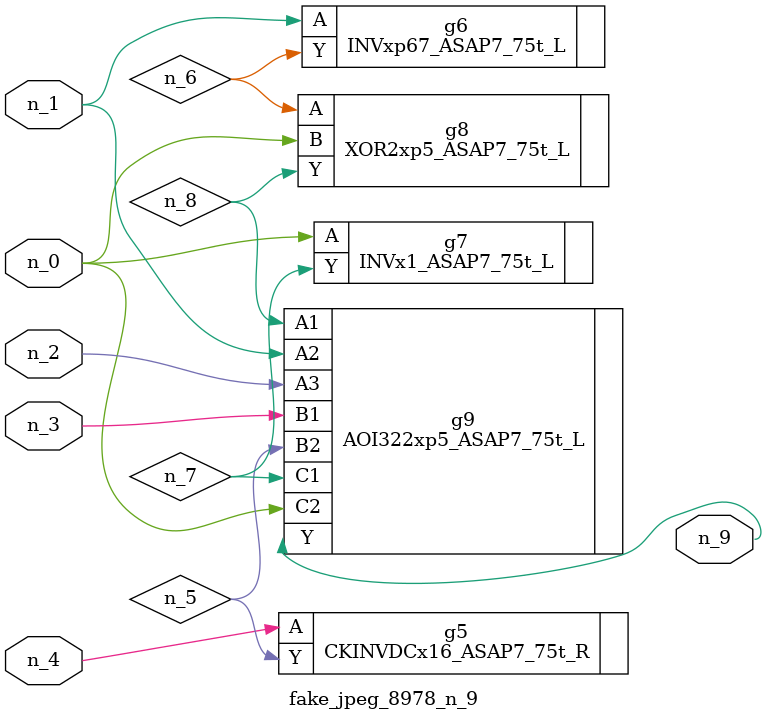
<source format=v>
module fake_jpeg_8978_n_9 (n_3, n_2, n_1, n_0, n_4, n_9);

input n_3;
input n_2;
input n_1;
input n_0;
input n_4;

output n_9;

wire n_8;
wire n_6;
wire n_5;
wire n_7;

CKINVDCx16_ASAP7_75t_R g5 ( 
.A(n_4),
.Y(n_5)
);

INVxp67_ASAP7_75t_L g6 ( 
.A(n_1),
.Y(n_6)
);

INVx1_ASAP7_75t_L g7 ( 
.A(n_0),
.Y(n_7)
);

XOR2xp5_ASAP7_75t_L g8 ( 
.A(n_6),
.B(n_0),
.Y(n_8)
);

AOI322xp5_ASAP7_75t_L g9 ( 
.A1(n_8),
.A2(n_1),
.A3(n_2),
.B1(n_3),
.B2(n_5),
.C1(n_7),
.C2(n_0),
.Y(n_9)
);


endmodule
</source>
